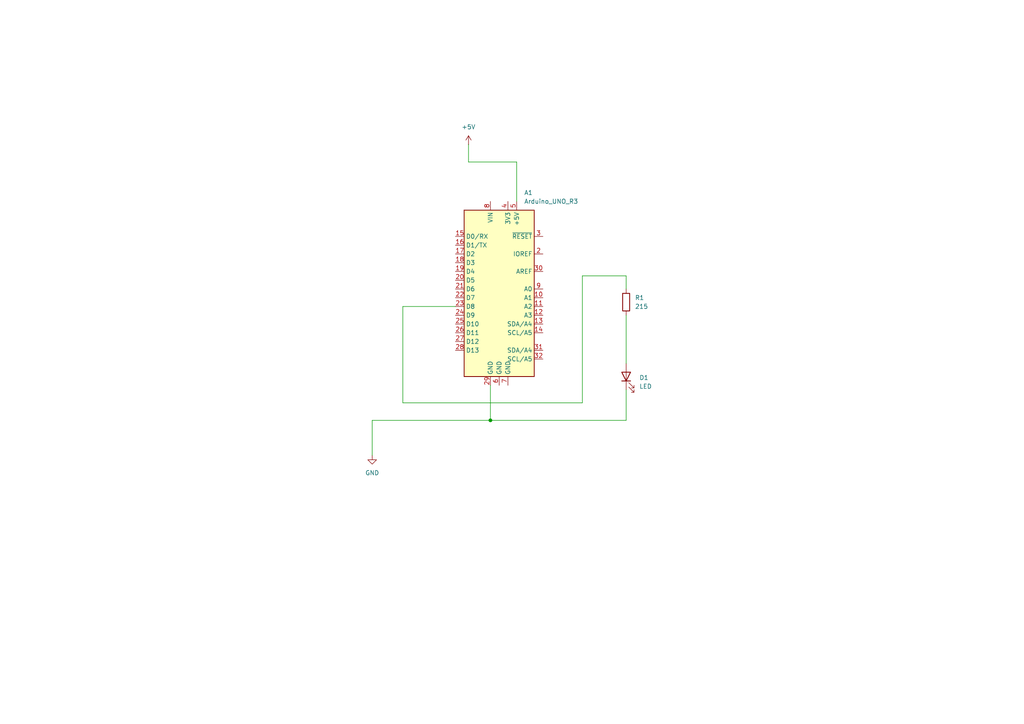
<source format=kicad_sch>
(kicad_sch (version 20250114) (generator "eeschema") (generator_version "9.0")
  (paper "A4")
  (lib_symbols
    (symbol "Device:LED" (pin_numbers (hide yes)) (pin_names (offset 1.016) (hide yes))
      (property "Reference" "D" (at 0 2.54 0))
      (property "Value" "LED" (at 0 -2.54 0))
      (symbol "LED_0_1"
        (polyline (pts (xy -3.048 -0.762) (xy -4.572 -2.286) (xy -3.81 -2.286) (xy -4.572 -2.286) (xy -4.572 -1.524)))
        (polyline (pts (xy -1.778 -0.762) (xy -3.302 -2.286) (xy -2.54 -2.286) (xy -3.302 -2.286) (xy -3.302 -1.524)))
        (polyline (pts (xy -1.27 0) (xy 1.27 0)))
        (polyline (pts (xy -1.27 -1.27) (xy -1.27 1.27)) (stroke (width 0.254)))
        (polyline (pts (xy 1.27 -1.27) (xy 1.27 1.27) (xy -1.27 0) (xy 1.27 -1.27)) (stroke (width 0.254)))
      )
      (symbol "LED_1_1"
        (pin passive line (at -3.81 0 0) (length 2.54) (name "K") (number "1"))
        (pin passive line (at 3.81 0 180) (length 2.54) (name "A") (number "2"))
      )
    )
    (symbol "Device:R" (pin_numbers (hide yes)) (pin_names (offset 0))
      (property "Reference" "R" (at 2.032 0 90))
      (property "Value" "R" (at 0 0 90))
      (symbol "R_0_1"
        (rectangle (start -1.016 -2.54) (end 1.016 2.54) (stroke (width 0.254)))
      )
      (symbol "R_1_1"
        (pin passive line (at 0 3.81 270) (length 1.27) (name "~") (number "1"))
        (pin passive line (at 0 -3.81 90) (length 1.27) (name "~") (number "2"))
      )
    )
    (symbol "MCU_Module:Arduino_UNO_R3"
      (property "Reference" "A" (at -10.16 23.495 0))
      (property "Value" "Arduino_UNO_R3" (at 5.08 -26.67 0))
      (symbol "Arduino_UNO_R3_0_1"
        (rectangle (start -10.16 22.86) (end 10.16 -25.4) (stroke (width 0.254)) (fill (type background)))
      )
      (symbol "Arduino_UNO_R3_1_1"
        (pin bidirectional line (at -12.7 15.24 0) (length 2.54) (name "D0/RX") (number "15"))
        (pin bidirectional line (at -12.7 12.7 0) (length 2.54) (name "D1/TX") (number "16"))
        (pin bidirectional line (at -12.7 10.16 0) (length 2.54) (name "D2") (number "17"))
        (pin bidirectional line (at -12.7 7.62 0) (length 2.54) (name "D3") (number "18"))
        (pin bidirectional line (at -12.7 5.08 0) (length 2.54) (name "D4") (number "19"))
        (pin bidirectional line (at -12.7 2.54 0) (length 2.54) (name "D5") (number "20"))
        (pin bidirectional line (at -12.7 0 0) (length 2.54) (name "D6") (number "21"))
        (pin bidirectional line (at -12.7 -2.54 0) (length 2.54) (name "D7") (number "22"))
        (pin bidirectional line (at -12.7 -5.08 0) (length 2.54) (name "D8") (number "23"))
        (pin bidirectional line (at -12.7 -7.62 0) (length 2.54) (name "D9") (number "24"))
        (pin bidirectional line (at -12.7 -10.16 0) (length 2.54) (name "D10") (number "25"))
        (pin bidirectional line (at -12.7 -12.7 0) (length 2.54) (name "D11") (number "26"))
        (pin bidirectional line (at -12.7 -15.24 0) (length 2.54) (name "D12") (number "27"))
        (pin bidirectional line (at -12.7 -17.78 0) (length 2.54) (name "D13") (number "28"))
        (pin no_connect line (at -10.16 -20.32 0) (length 2.54) (hide yes) (name "NC") (number "1"))
        (pin power_in line (at -2.54 25.4 270) (length 2.54) (name "VIN") (number "8"))
        (pin power_in line (at -2.54 -27.94 90) (length 2.54) (name "GND") (number "29"))
        (pin power_in line (at 0 -27.94 90) (length 2.54) (name "GND") (number "6"))
        (pin power_out line (at 2.54 25.4 270) (length 2.54) (name "3V3") (number "4"))
        (pin power_in line (at 2.54 -27.94 90) (length 2.54) (name "GND") (number "7"))
        (pin power_out line (at 5.08 25.4 270) (length 2.54) (name "+5V") (number "5"))
        (pin input line (at 12.7 15.24 180) (length 2.54) (name "~{RESET}") (number "3"))
        (pin output line (at 12.7 10.16 180) (length 2.54) (name "IOREF") (number "2"))
        (pin input line (at 12.7 5.08 180) (length 2.54) (name "AREF") (number "30"))
        (pin bidirectional line (at 12.7 0 180) (length 2.54) (name "A0") (number "9"))
        (pin bidirectional line (at 12.7 -2.54 180) (length 2.54) (name "A1") (number "10"))
        (pin bidirectional line (at 12.7 -5.08 180) (length 2.54) (name "A2") (number "11"))
        (pin bidirectional line (at 12.7 -7.62 180) (length 2.54) (name "A3") (number "12"))
        (pin bidirectional line (at 12.7 -10.16 180) (length 2.54) (name "SDA/A4") (number "13"))
        (pin bidirectional line (at 12.7 -12.7 180) (length 2.54) (name "SCL/A5") (number "14"))
        (pin bidirectional line (at 12.7 -17.78 180) (length 2.54) (name "SDA/A4") (number "31"))
        (pin bidirectional line (at 12.7 -20.32 180) (length 2.54) (name "SCL/A5") (number "32"))
      )
    )
    (symbol "power:+5V" (power) (pin_numbers (hide yes)) (pin_names (offset 0) (hide yes))
      (property "Value" "+5V" (at 0 3.556 0))
      (symbol "+5V_0_1"
        (polyline (pts (xy -0.762 1.27) (xy 0 2.54)))
        (polyline (pts (xy 0 2.54) (xy 0.762 1.27)))
        (polyline (pts (xy 0 0) (xy 0 2.54)))
      )
      (symbol "+5V_1_1"
        (pin power_in line (at 0 0 90) (length 0) (name "~") (number "1"))
      )
    )
    (symbol "power:GND" (power) (pin_numbers (hide yes)) (pin_names (offset 0) (hide yes))
      (property "Value" "GND" (at 0 -3.81 0))
      (symbol "GND_0_1"
        (polyline (pts (xy 0 0) (xy 0 -1.27) (xy 1.27 -1.27) (xy 0 -2.54) (xy -1.27 -1.27) (xy 0 -1.27)))
      )
      (symbol "GND_1_1"
        (pin power_in line (at 0 0 270) (length 0) (name "~") (number "1"))
      )
    )
  )
  (junction (at 142.24 121.92))
  (wire (pts (xy 181.61 121.92) (xy 142.24 121.92)))
  (wire (pts (xy 116.84 116.84) (xy 168.91 116.84)))
  (wire (pts (xy 181.61 91.44) (xy 181.61 105.41)))
  (wire (pts (xy 116.84 88.9) (xy 116.84 116.84)))
  (wire (pts (xy 135.89 41.91) (xy 135.89 46.99)))
  (wire (pts (xy 107.95 121.92) (xy 142.24 121.92)))
  (wire (pts (xy 181.61 113.03) (xy 181.61 121.92)))
  (wire (pts (xy 142.24 121.92) (xy 142.24 111.76)))
  (wire (pts (xy 132.08 88.9) (xy 116.84 88.9)))
  (wire (pts (xy 168.91 116.84) (xy 168.91 80.01)))
  (wire (pts (xy 181.61 80.01) (xy 181.61 83.82)))
  (wire (pts (xy 149.86 46.99) (xy 149.86 58.42)))
  (wire (pts (xy 107.95 132.08) (xy 107.95 121.92)))
  (wire (pts (xy 135.89 46.99) (xy 149.86 46.99)))
  (wire (pts (xy 168.91 80.01) (xy 181.61 80.01)))
  (symbol (lib_id "Device:LED") (at 181.61 109.22 90) (unit 1)
    (property "Reference" "D1" (at 185.42 109.5374 90) (effects (justify right)))
    (property "Value" "LED" (at 185.42 112.0774 90) (effects (justify right)))
    (property "Description" "Light emitting diode" (effects (hide yes)))
    (property "Sim.Pins" "1=K 2=A" (effects (hide yes)))
  )
  (symbol (lib_id "power:+5V") (at 135.89 41.91 0) (unit 1)
    (property "Reference" "#PWR02" (effects (hide yes)))
    (property "Value" "+5V" (at 135.89 36.83 0))
    (property "Description" "Power symbol creates a global label with name \"+5V\"" (effects (hide yes)))
  )
  (symbol (lib_id "Device:R") (at 181.61 87.63 0) (unit 1)
    (property "Reference" "R1" (at 184.15 86.3599 0) (effects (justify left)))
    (property "Value" "215" (at 184.15 88.8999 0) (effects (justify left)))
    (property "Description" "Resistor" (effects (hide yes)))
  )
  (symbol (lib_id "MCU_Module:Arduino_UNO_R3") (at 144.78 83.82 0) (unit 1)
    (property "Reference" "A1" (at 152.0033 55.88 0) (effects (justify left)))
    (property "Value" "Arduino_UNO_R3" (at 152.0033 58.42 0) (effects (justify left)))
    (property "Footprint" "Module:Arduino_UNO_R3" (effects (hide yes)))
    (property "Datasheet" "https://www.arduino.cc/en/Main/arduinoBoardUno" (effects (hide yes)))
    (property "Description" "Arduino UNO Microcontroller Module, release 3" (effects (hide yes)))
  )
  (symbol (lib_id "power:GND") (at 107.95 132.08 0) (unit 1)
    (property "Reference" "#PWR01" (effects (hide yes)))
    (property "Value" "GND" (at 107.95 137.16 0))
    (property "Description" "Power symbol creates a global label with name \"GND\" , ground" (effects (hide yes)))
  )
)
</source>
